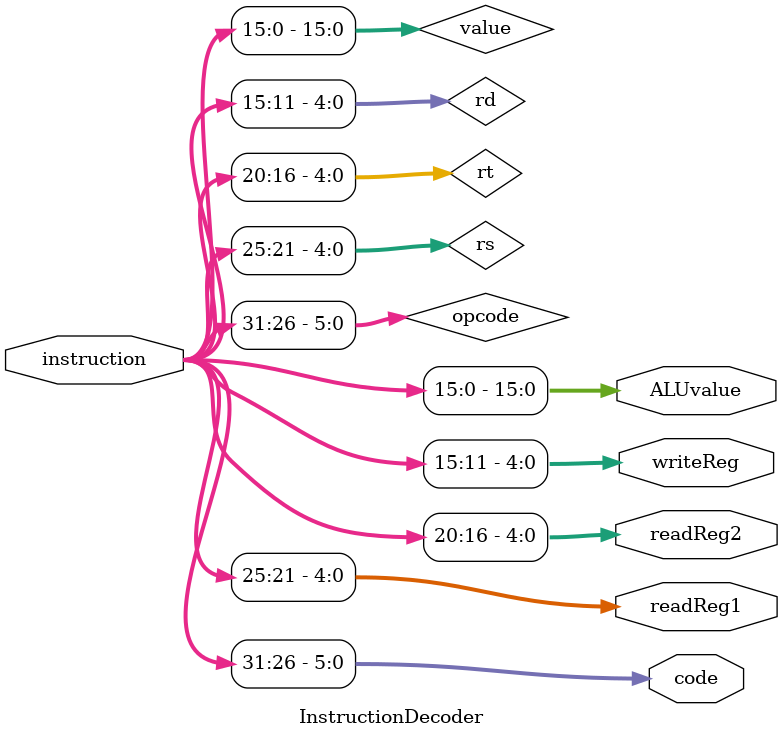
<source format=v>
module InstructionDecoder (
  input wire [31:0] instruction,     // Sinal de entrada da instrução
  output wire [5:0] code,
  output wire [4:0] readReg1,        // Registrador de leitura 1
  output wire [4:0] readReg2,        // Registrador de leitura 2
  output wire [4:0] writeReg,         // Registrador de escrita
  output wire [15:0] ALUvalue
);

  reg [5:0] opcode;                  // Campo do opcode da instrução
  reg [4:0] rs, rt, rd;              // Campos dos registradores
  reg [15:0] value;

  assign code = opcode;
  assign readReg1 = rs;
  assign readReg2 = rt;
  assign writeReg = rd;
  assign ALUvalue = value;

  always @ (instruction) begin
    opcode = instruction[31:26];
    rs = instruction[25:21];
    rt = instruction[20:16];
    rd = instruction[15:11];
	 value = instruction [15:0];
  end

endmodule
</source>
